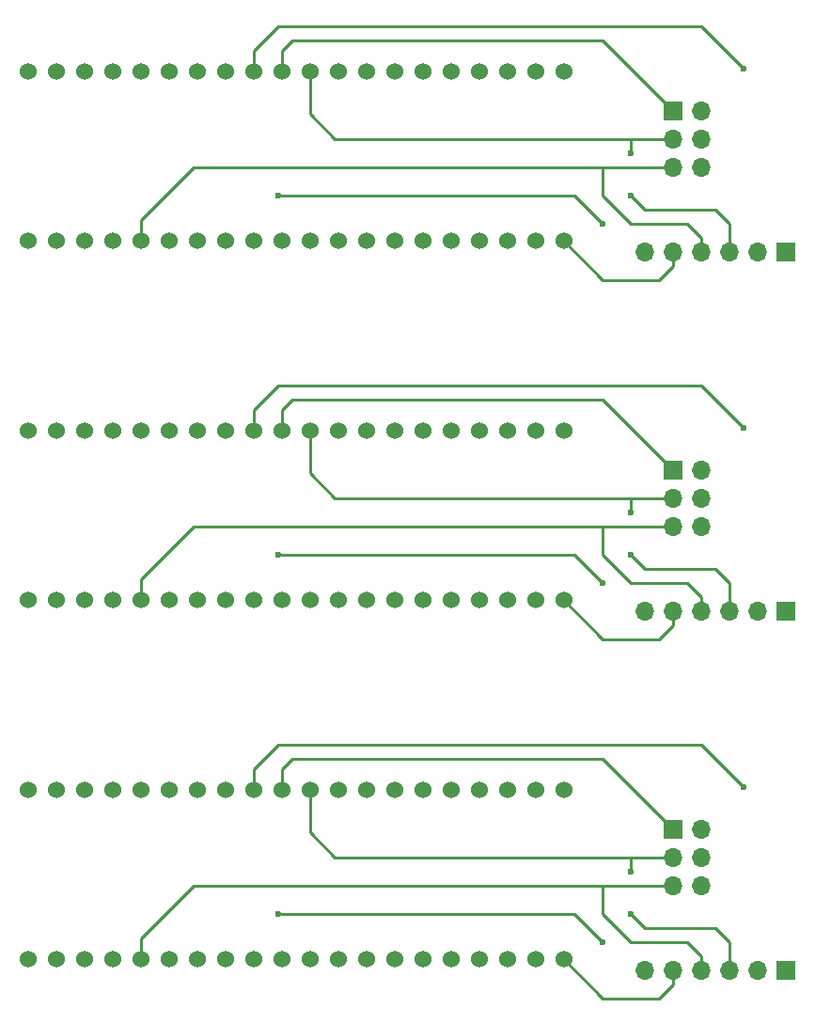
<source format=gbl>
G04 #@! TF.FileFunction,Copper,L2,Bot,Signal*
%FSLAX46Y46*%
G04 Gerber Fmt 4.6, Leading zero omitted, Abs format (unit mm)*
G04 Created by KiCad (PCBNEW 4.0.6) date Sun May 21 14:11:35 2017*
%MOMM*%
%LPD*%
G01*
G04 APERTURE LIST*
%ADD10C,0.100000*%
%ADD11R,1.700000X1.700000*%
%ADD12O,1.700000X1.700000*%
%ADD13C,1.524000*%
%ADD14C,0.600000*%
%ADD15C,0.250000*%
G04 APERTURE END LIST*
D10*
D11*
X144780000Y-80010000D03*
D12*
X147320000Y-80010000D03*
X144780000Y-82550000D03*
X147320000Y-82550000D03*
X144780000Y-85090000D03*
X147320000Y-85090000D03*
D13*
X86635001Y-91715001D03*
X89175001Y-91715001D03*
X91715001Y-91715001D03*
X94255001Y-91715001D03*
X96795001Y-91715001D03*
X99335001Y-91715001D03*
X101875001Y-91715001D03*
X104415001Y-91715001D03*
X106955001Y-91715001D03*
X109495001Y-91715001D03*
X112035001Y-91715001D03*
X114575001Y-91715001D03*
X117115001Y-91715001D03*
X119655001Y-91715001D03*
X122195001Y-91715001D03*
X124735001Y-91715001D03*
X127275001Y-91715001D03*
X129815001Y-91715001D03*
X132355001Y-91715001D03*
X134895001Y-91715001D03*
X134895001Y-76475001D03*
X132355001Y-76475001D03*
X129815001Y-76475001D03*
X127275001Y-76475001D03*
X124735001Y-76475001D03*
X122195001Y-76475001D03*
X119655001Y-76475001D03*
X117115001Y-76475001D03*
X114575001Y-76475001D03*
X112035001Y-76475001D03*
X109495001Y-76475001D03*
X106955001Y-76475001D03*
X104415001Y-76475001D03*
X101875001Y-76475001D03*
X99335001Y-76475001D03*
X96795001Y-76475001D03*
X94255001Y-76475001D03*
X91715001Y-76475001D03*
X89175001Y-76475001D03*
X86635001Y-76475001D03*
D11*
X154940000Y-92710000D03*
D12*
X152400000Y-92710000D03*
X149860000Y-92710000D03*
X147320000Y-92710000D03*
X144780000Y-92710000D03*
X142240000Y-92710000D03*
D11*
X144780000Y-112350000D03*
D12*
X147320000Y-112350000D03*
X144780000Y-114890000D03*
X147320000Y-114890000D03*
X144780000Y-117430000D03*
X147320000Y-117430000D03*
D13*
X86635001Y-124055001D03*
X89175001Y-124055001D03*
X91715001Y-124055001D03*
X94255001Y-124055001D03*
X96795001Y-124055001D03*
X99335001Y-124055001D03*
X101875001Y-124055001D03*
X104415001Y-124055001D03*
X106955001Y-124055001D03*
X109495001Y-124055001D03*
X112035001Y-124055001D03*
X114575001Y-124055001D03*
X117115001Y-124055001D03*
X119655001Y-124055001D03*
X122195001Y-124055001D03*
X124735001Y-124055001D03*
X127275001Y-124055001D03*
X129815001Y-124055001D03*
X132355001Y-124055001D03*
X134895001Y-124055001D03*
X134895001Y-108815001D03*
X132355001Y-108815001D03*
X129815001Y-108815001D03*
X127275001Y-108815001D03*
X124735001Y-108815001D03*
X122195001Y-108815001D03*
X119655001Y-108815001D03*
X117115001Y-108815001D03*
X114575001Y-108815001D03*
X112035001Y-108815001D03*
X109495001Y-108815001D03*
X106955001Y-108815001D03*
X104415001Y-108815001D03*
X101875001Y-108815001D03*
X99335001Y-108815001D03*
X96795001Y-108815001D03*
X94255001Y-108815001D03*
X91715001Y-108815001D03*
X89175001Y-108815001D03*
X86635001Y-108815001D03*
D11*
X154940000Y-125050000D03*
D12*
X152400000Y-125050000D03*
X149860000Y-125050000D03*
X147320000Y-125050000D03*
X144780000Y-125050000D03*
X142240000Y-125050000D03*
D11*
X144780000Y-47670000D03*
D12*
X147320000Y-47670000D03*
X144780000Y-50210000D03*
X147320000Y-50210000D03*
X144780000Y-52750000D03*
X147320000Y-52750000D03*
D13*
X86635001Y-59375001D03*
X89175001Y-59375001D03*
X91715001Y-59375001D03*
X94255001Y-59375001D03*
X96795001Y-59375001D03*
X99335001Y-59375001D03*
X101875001Y-59375001D03*
X104415001Y-59375001D03*
X106955001Y-59375001D03*
X109495001Y-59375001D03*
X112035001Y-59375001D03*
X114575001Y-59375001D03*
X117115001Y-59375001D03*
X119655001Y-59375001D03*
X122195001Y-59375001D03*
X124735001Y-59375001D03*
X127275001Y-59375001D03*
X129815001Y-59375001D03*
X132355001Y-59375001D03*
X134895001Y-59375001D03*
X134895001Y-44135001D03*
X132355001Y-44135001D03*
X129815001Y-44135001D03*
X127275001Y-44135001D03*
X124735001Y-44135001D03*
X122195001Y-44135001D03*
X119655001Y-44135001D03*
X117115001Y-44135001D03*
X114575001Y-44135001D03*
X112035001Y-44135001D03*
X109495001Y-44135001D03*
X106955001Y-44135001D03*
X104415001Y-44135001D03*
X101875001Y-44135001D03*
X99335001Y-44135001D03*
X96795001Y-44135001D03*
X94255001Y-44135001D03*
X91715001Y-44135001D03*
X89175001Y-44135001D03*
X86635001Y-44135001D03*
D11*
X154940000Y-60370000D03*
D12*
X152400000Y-60370000D03*
X149860000Y-60370000D03*
X147320000Y-60370000D03*
X144780000Y-60370000D03*
X142240000Y-60370000D03*
D14*
X109220000Y-87630000D03*
X138430000Y-90170000D03*
X140970000Y-83820000D03*
X140970000Y-87630000D03*
X151130000Y-76200000D03*
X109220000Y-119970000D03*
X138430000Y-122510000D03*
X140970000Y-116160000D03*
X140970000Y-119970000D03*
X151130000Y-108540000D03*
X109220000Y-55290000D03*
X138430000Y-57830000D03*
X140970000Y-51480000D03*
X140970000Y-55290000D03*
X151130000Y-43860000D03*
D15*
X144780000Y-92710000D02*
X144780000Y-93980000D01*
X138430000Y-95250000D02*
X134895001Y-91715001D01*
X143510000Y-95250000D02*
X138430000Y-95250000D01*
X144780000Y-93980000D02*
X143510000Y-95250000D01*
X135890000Y-87630000D02*
X109220000Y-87630000D01*
X138430000Y-90170000D02*
X135890000Y-87630000D01*
X109495001Y-76475001D02*
X109495001Y-74654999D01*
X138430000Y-73660000D02*
X144780000Y-80010000D01*
X110490000Y-73660000D02*
X138430000Y-73660000D01*
X109495001Y-74654999D02*
X110490000Y-73660000D01*
X149860000Y-92710000D02*
X149860000Y-90170000D01*
X140970000Y-83820000D02*
X140970000Y-82550000D01*
X142240000Y-88900000D02*
X140970000Y-87630000D01*
X148590000Y-88900000D02*
X142240000Y-88900000D01*
X149860000Y-90170000D02*
X148590000Y-88900000D01*
X112035001Y-76475001D02*
X112035001Y-80285001D01*
X114300000Y-82550000D02*
X137160000Y-82550000D01*
X137160000Y-82550000D02*
X140970000Y-82550000D01*
X140970000Y-82550000D02*
X144780000Y-82550000D01*
X112035001Y-80285001D02*
X114300000Y-82550000D01*
X147320000Y-72390000D02*
X151130000Y-76200000D01*
X109220000Y-72390000D02*
X147320000Y-72390000D01*
X106955001Y-74654999D02*
X109220000Y-72390000D01*
X106955001Y-76475001D02*
X106955001Y-74654999D01*
X147320000Y-92710000D02*
X147320000Y-91440000D01*
X138430000Y-87630000D02*
X138430000Y-85090000D01*
X140970000Y-90170000D02*
X138430000Y-87630000D01*
X146050000Y-90170000D02*
X140970000Y-90170000D01*
X147320000Y-91440000D02*
X146050000Y-90170000D01*
X96795001Y-91715001D02*
X96795001Y-89894999D01*
X101600000Y-85090000D02*
X133350000Y-85090000D01*
X133350000Y-85090000D02*
X138430000Y-85090000D01*
X138430000Y-85090000D02*
X144780000Y-85090000D01*
X96795001Y-89894999D02*
X101600000Y-85090000D01*
X135890000Y-119970000D02*
X109220000Y-119970000D01*
X138430000Y-122510000D02*
X135890000Y-119970000D01*
X109495001Y-108815001D02*
X109495001Y-106994999D01*
X138430000Y-106000000D02*
X144780000Y-112350000D01*
X110490000Y-106000000D02*
X138430000Y-106000000D01*
X109495001Y-106994999D02*
X110490000Y-106000000D01*
X144780000Y-125050000D02*
X144780000Y-126320000D01*
X138430000Y-127590000D02*
X134895001Y-124055001D01*
X143510000Y-127590000D02*
X138430000Y-127590000D01*
X144780000Y-126320000D02*
X143510000Y-127590000D01*
X149860000Y-125050000D02*
X149860000Y-122510000D01*
X140970000Y-116160000D02*
X140970000Y-114890000D01*
X142240000Y-121240000D02*
X140970000Y-119970000D01*
X148590000Y-121240000D02*
X142240000Y-121240000D01*
X149860000Y-122510000D02*
X148590000Y-121240000D01*
X112035001Y-108815001D02*
X112035001Y-112625001D01*
X114300000Y-114890000D02*
X137160000Y-114890000D01*
X137160000Y-114890000D02*
X140970000Y-114890000D01*
X140970000Y-114890000D02*
X144780000Y-114890000D01*
X112035001Y-112625001D02*
X114300000Y-114890000D01*
X147320000Y-104730000D02*
X151130000Y-108540000D01*
X109220000Y-104730000D02*
X147320000Y-104730000D01*
X106955001Y-106994999D02*
X109220000Y-104730000D01*
X106955001Y-108815001D02*
X106955001Y-106994999D01*
X147320000Y-125050000D02*
X147320000Y-123780000D01*
X138430000Y-119970000D02*
X138430000Y-117430000D01*
X140970000Y-122510000D02*
X138430000Y-119970000D01*
X146050000Y-122510000D02*
X140970000Y-122510000D01*
X147320000Y-123780000D02*
X146050000Y-122510000D01*
X96795001Y-124055001D02*
X96795001Y-122234999D01*
X101600000Y-117430000D02*
X133350000Y-117430000D01*
X133350000Y-117430000D02*
X138430000Y-117430000D01*
X138430000Y-117430000D02*
X144780000Y-117430000D01*
X96795001Y-122234999D02*
X101600000Y-117430000D01*
X135890000Y-55290000D02*
X109220000Y-55290000D01*
X138430000Y-57830000D02*
X135890000Y-55290000D01*
X109495001Y-44135001D02*
X109495001Y-42314999D01*
X138430000Y-41320000D02*
X144780000Y-47670000D01*
X110490000Y-41320000D02*
X138430000Y-41320000D01*
X109495001Y-42314999D02*
X110490000Y-41320000D01*
X144780000Y-60370000D02*
X144780000Y-61640000D01*
X138430000Y-62910000D02*
X134895001Y-59375001D01*
X143510000Y-62910000D02*
X138430000Y-62910000D01*
X144780000Y-61640000D02*
X143510000Y-62910000D01*
X149860000Y-60370000D02*
X149860000Y-57830000D01*
X140970000Y-51480000D02*
X140970000Y-50210000D01*
X142240000Y-56560000D02*
X140970000Y-55290000D01*
X148590000Y-56560000D02*
X142240000Y-56560000D01*
X149860000Y-57830000D02*
X148590000Y-56560000D01*
X112035001Y-44135001D02*
X112035001Y-47945001D01*
X114300000Y-50210000D02*
X137160000Y-50210000D01*
X137160000Y-50210000D02*
X140970000Y-50210000D01*
X140970000Y-50210000D02*
X144780000Y-50210000D01*
X112035001Y-47945001D02*
X114300000Y-50210000D01*
X147320000Y-40050000D02*
X151130000Y-43860000D01*
X109220000Y-40050000D02*
X147320000Y-40050000D01*
X106955001Y-42314999D02*
X109220000Y-40050000D01*
X106955001Y-44135001D02*
X106955001Y-42314999D01*
X147320000Y-60370000D02*
X147320000Y-59100000D01*
X138430000Y-55290000D02*
X138430000Y-52750000D01*
X140970000Y-57830000D02*
X138430000Y-55290000D01*
X146050000Y-57830000D02*
X140970000Y-57830000D01*
X147320000Y-59100000D02*
X146050000Y-57830000D01*
X96795001Y-59375001D02*
X96795001Y-57554999D01*
X101600000Y-52750000D02*
X133350000Y-52750000D01*
X133350000Y-52750000D02*
X138430000Y-52750000D01*
X138430000Y-52750000D02*
X144780000Y-52750000D01*
X96795001Y-57554999D02*
X101600000Y-52750000D01*
M02*

</source>
